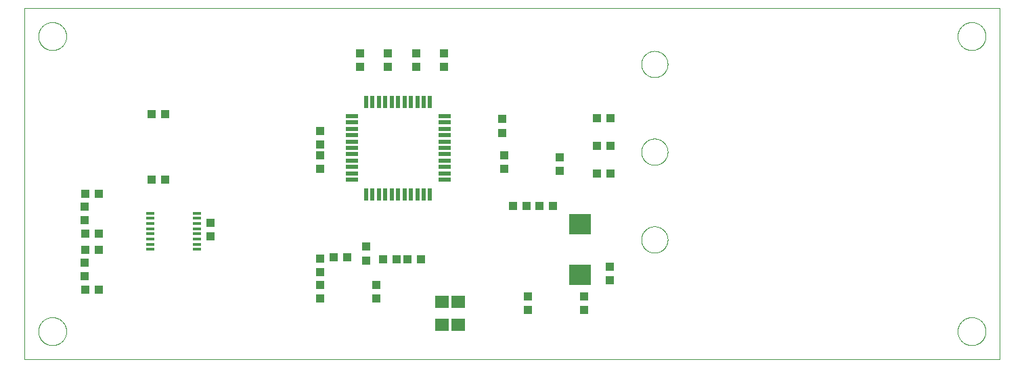
<source format=gtp>
G75*
%MOIN*%
%OFA0B0*%
%FSLAX25Y25*%
%IPPOS*%
%LPD*%
%AMOC8*
5,1,8,0,0,1.08239X$1,22.5*
%
%ADD10C,0.00000*%
%ADD11R,0.05906X0.01969*%
%ADD12R,0.01969X0.05906*%
%ADD13R,0.03900X0.01200*%
%ADD14R,0.03937X0.04331*%
%ADD15R,0.04331X0.03937*%
%ADD16R,0.07098X0.06299*%
%ADD17R,0.10630X0.10039*%
D10*
X0001250Y0001250D02*
X0001250Y0174478D01*
X0481565Y0174478D01*
X0481565Y0001250D01*
X0001250Y0001250D01*
X0008140Y0015030D02*
X0008142Y0015199D01*
X0008148Y0015368D01*
X0008159Y0015537D01*
X0008173Y0015705D01*
X0008192Y0015873D01*
X0008215Y0016041D01*
X0008241Y0016208D01*
X0008272Y0016374D01*
X0008307Y0016540D01*
X0008346Y0016704D01*
X0008390Y0016868D01*
X0008437Y0017030D01*
X0008488Y0017191D01*
X0008543Y0017351D01*
X0008602Y0017510D01*
X0008664Y0017667D01*
X0008731Y0017822D01*
X0008802Y0017976D01*
X0008876Y0018128D01*
X0008954Y0018278D01*
X0009035Y0018426D01*
X0009120Y0018572D01*
X0009209Y0018716D01*
X0009301Y0018858D01*
X0009397Y0018997D01*
X0009496Y0019134D01*
X0009598Y0019269D01*
X0009704Y0019401D01*
X0009813Y0019530D01*
X0009925Y0019657D01*
X0010040Y0019781D01*
X0010158Y0019902D01*
X0010279Y0020020D01*
X0010403Y0020135D01*
X0010530Y0020247D01*
X0010659Y0020356D01*
X0010791Y0020462D01*
X0010926Y0020564D01*
X0011063Y0020663D01*
X0011202Y0020759D01*
X0011344Y0020851D01*
X0011488Y0020940D01*
X0011634Y0021025D01*
X0011782Y0021106D01*
X0011932Y0021184D01*
X0012084Y0021258D01*
X0012238Y0021329D01*
X0012393Y0021396D01*
X0012550Y0021458D01*
X0012709Y0021517D01*
X0012869Y0021572D01*
X0013030Y0021623D01*
X0013192Y0021670D01*
X0013356Y0021714D01*
X0013520Y0021753D01*
X0013686Y0021788D01*
X0013852Y0021819D01*
X0014019Y0021845D01*
X0014187Y0021868D01*
X0014355Y0021887D01*
X0014523Y0021901D01*
X0014692Y0021912D01*
X0014861Y0021918D01*
X0015030Y0021920D01*
X0015199Y0021918D01*
X0015368Y0021912D01*
X0015537Y0021901D01*
X0015705Y0021887D01*
X0015873Y0021868D01*
X0016041Y0021845D01*
X0016208Y0021819D01*
X0016374Y0021788D01*
X0016540Y0021753D01*
X0016704Y0021714D01*
X0016868Y0021670D01*
X0017030Y0021623D01*
X0017191Y0021572D01*
X0017351Y0021517D01*
X0017510Y0021458D01*
X0017667Y0021396D01*
X0017822Y0021329D01*
X0017976Y0021258D01*
X0018128Y0021184D01*
X0018278Y0021106D01*
X0018426Y0021025D01*
X0018572Y0020940D01*
X0018716Y0020851D01*
X0018858Y0020759D01*
X0018997Y0020663D01*
X0019134Y0020564D01*
X0019269Y0020462D01*
X0019401Y0020356D01*
X0019530Y0020247D01*
X0019657Y0020135D01*
X0019781Y0020020D01*
X0019902Y0019902D01*
X0020020Y0019781D01*
X0020135Y0019657D01*
X0020247Y0019530D01*
X0020356Y0019401D01*
X0020462Y0019269D01*
X0020564Y0019134D01*
X0020663Y0018997D01*
X0020759Y0018858D01*
X0020851Y0018716D01*
X0020940Y0018572D01*
X0021025Y0018426D01*
X0021106Y0018278D01*
X0021184Y0018128D01*
X0021258Y0017976D01*
X0021329Y0017822D01*
X0021396Y0017667D01*
X0021458Y0017510D01*
X0021517Y0017351D01*
X0021572Y0017191D01*
X0021623Y0017030D01*
X0021670Y0016868D01*
X0021714Y0016704D01*
X0021753Y0016540D01*
X0021788Y0016374D01*
X0021819Y0016208D01*
X0021845Y0016041D01*
X0021868Y0015873D01*
X0021887Y0015705D01*
X0021901Y0015537D01*
X0021912Y0015368D01*
X0021918Y0015199D01*
X0021920Y0015030D01*
X0021918Y0014861D01*
X0021912Y0014692D01*
X0021901Y0014523D01*
X0021887Y0014355D01*
X0021868Y0014187D01*
X0021845Y0014019D01*
X0021819Y0013852D01*
X0021788Y0013686D01*
X0021753Y0013520D01*
X0021714Y0013356D01*
X0021670Y0013192D01*
X0021623Y0013030D01*
X0021572Y0012869D01*
X0021517Y0012709D01*
X0021458Y0012550D01*
X0021396Y0012393D01*
X0021329Y0012238D01*
X0021258Y0012084D01*
X0021184Y0011932D01*
X0021106Y0011782D01*
X0021025Y0011634D01*
X0020940Y0011488D01*
X0020851Y0011344D01*
X0020759Y0011202D01*
X0020663Y0011063D01*
X0020564Y0010926D01*
X0020462Y0010791D01*
X0020356Y0010659D01*
X0020247Y0010530D01*
X0020135Y0010403D01*
X0020020Y0010279D01*
X0019902Y0010158D01*
X0019781Y0010040D01*
X0019657Y0009925D01*
X0019530Y0009813D01*
X0019401Y0009704D01*
X0019269Y0009598D01*
X0019134Y0009496D01*
X0018997Y0009397D01*
X0018858Y0009301D01*
X0018716Y0009209D01*
X0018572Y0009120D01*
X0018426Y0009035D01*
X0018278Y0008954D01*
X0018128Y0008876D01*
X0017976Y0008802D01*
X0017822Y0008731D01*
X0017667Y0008664D01*
X0017510Y0008602D01*
X0017351Y0008543D01*
X0017191Y0008488D01*
X0017030Y0008437D01*
X0016868Y0008390D01*
X0016704Y0008346D01*
X0016540Y0008307D01*
X0016374Y0008272D01*
X0016208Y0008241D01*
X0016041Y0008215D01*
X0015873Y0008192D01*
X0015705Y0008173D01*
X0015537Y0008159D01*
X0015368Y0008148D01*
X0015199Y0008142D01*
X0015030Y0008140D01*
X0014861Y0008142D01*
X0014692Y0008148D01*
X0014523Y0008159D01*
X0014355Y0008173D01*
X0014187Y0008192D01*
X0014019Y0008215D01*
X0013852Y0008241D01*
X0013686Y0008272D01*
X0013520Y0008307D01*
X0013356Y0008346D01*
X0013192Y0008390D01*
X0013030Y0008437D01*
X0012869Y0008488D01*
X0012709Y0008543D01*
X0012550Y0008602D01*
X0012393Y0008664D01*
X0012238Y0008731D01*
X0012084Y0008802D01*
X0011932Y0008876D01*
X0011782Y0008954D01*
X0011634Y0009035D01*
X0011488Y0009120D01*
X0011344Y0009209D01*
X0011202Y0009301D01*
X0011063Y0009397D01*
X0010926Y0009496D01*
X0010791Y0009598D01*
X0010659Y0009704D01*
X0010530Y0009813D01*
X0010403Y0009925D01*
X0010279Y0010040D01*
X0010158Y0010158D01*
X0010040Y0010279D01*
X0009925Y0010403D01*
X0009813Y0010530D01*
X0009704Y0010659D01*
X0009598Y0010791D01*
X0009496Y0010926D01*
X0009397Y0011063D01*
X0009301Y0011202D01*
X0009209Y0011344D01*
X0009120Y0011488D01*
X0009035Y0011634D01*
X0008954Y0011782D01*
X0008876Y0011932D01*
X0008802Y0012084D01*
X0008731Y0012238D01*
X0008664Y0012393D01*
X0008602Y0012550D01*
X0008543Y0012709D01*
X0008488Y0012869D01*
X0008437Y0013030D01*
X0008390Y0013192D01*
X0008346Y0013356D01*
X0008307Y0013520D01*
X0008272Y0013686D01*
X0008241Y0013852D01*
X0008215Y0014019D01*
X0008192Y0014187D01*
X0008173Y0014355D01*
X0008159Y0014523D01*
X0008148Y0014692D01*
X0008142Y0014861D01*
X0008140Y0015030D01*
X0305081Y0060305D02*
X0305083Y0060466D01*
X0305089Y0060626D01*
X0305099Y0060787D01*
X0305113Y0060947D01*
X0305131Y0061107D01*
X0305152Y0061266D01*
X0305178Y0061425D01*
X0305208Y0061583D01*
X0305241Y0061740D01*
X0305279Y0061897D01*
X0305320Y0062052D01*
X0305365Y0062206D01*
X0305414Y0062359D01*
X0305467Y0062511D01*
X0305523Y0062662D01*
X0305584Y0062811D01*
X0305647Y0062959D01*
X0305715Y0063105D01*
X0305786Y0063249D01*
X0305860Y0063391D01*
X0305938Y0063532D01*
X0306020Y0063670D01*
X0306105Y0063807D01*
X0306193Y0063941D01*
X0306285Y0064073D01*
X0306380Y0064203D01*
X0306478Y0064331D01*
X0306579Y0064456D01*
X0306683Y0064578D01*
X0306790Y0064698D01*
X0306900Y0064815D01*
X0307013Y0064930D01*
X0307129Y0065041D01*
X0307248Y0065150D01*
X0307369Y0065255D01*
X0307493Y0065358D01*
X0307619Y0065458D01*
X0307747Y0065554D01*
X0307878Y0065647D01*
X0308012Y0065737D01*
X0308147Y0065824D01*
X0308285Y0065907D01*
X0308424Y0065987D01*
X0308566Y0066063D01*
X0308709Y0066136D01*
X0308854Y0066205D01*
X0309001Y0066271D01*
X0309149Y0066333D01*
X0309299Y0066391D01*
X0309450Y0066446D01*
X0309603Y0066497D01*
X0309757Y0066544D01*
X0309912Y0066587D01*
X0310068Y0066626D01*
X0310224Y0066662D01*
X0310382Y0066693D01*
X0310540Y0066721D01*
X0310699Y0066745D01*
X0310859Y0066765D01*
X0311019Y0066781D01*
X0311179Y0066793D01*
X0311340Y0066801D01*
X0311501Y0066805D01*
X0311661Y0066805D01*
X0311822Y0066801D01*
X0311983Y0066793D01*
X0312143Y0066781D01*
X0312303Y0066765D01*
X0312463Y0066745D01*
X0312622Y0066721D01*
X0312780Y0066693D01*
X0312938Y0066662D01*
X0313094Y0066626D01*
X0313250Y0066587D01*
X0313405Y0066544D01*
X0313559Y0066497D01*
X0313712Y0066446D01*
X0313863Y0066391D01*
X0314013Y0066333D01*
X0314161Y0066271D01*
X0314308Y0066205D01*
X0314453Y0066136D01*
X0314596Y0066063D01*
X0314738Y0065987D01*
X0314877Y0065907D01*
X0315015Y0065824D01*
X0315150Y0065737D01*
X0315284Y0065647D01*
X0315415Y0065554D01*
X0315543Y0065458D01*
X0315669Y0065358D01*
X0315793Y0065255D01*
X0315914Y0065150D01*
X0316033Y0065041D01*
X0316149Y0064930D01*
X0316262Y0064815D01*
X0316372Y0064698D01*
X0316479Y0064578D01*
X0316583Y0064456D01*
X0316684Y0064331D01*
X0316782Y0064203D01*
X0316877Y0064073D01*
X0316969Y0063941D01*
X0317057Y0063807D01*
X0317142Y0063670D01*
X0317224Y0063532D01*
X0317302Y0063391D01*
X0317376Y0063249D01*
X0317447Y0063105D01*
X0317515Y0062959D01*
X0317578Y0062811D01*
X0317639Y0062662D01*
X0317695Y0062511D01*
X0317748Y0062359D01*
X0317797Y0062206D01*
X0317842Y0062052D01*
X0317883Y0061897D01*
X0317921Y0061740D01*
X0317954Y0061583D01*
X0317984Y0061425D01*
X0318010Y0061266D01*
X0318031Y0061107D01*
X0318049Y0060947D01*
X0318063Y0060787D01*
X0318073Y0060626D01*
X0318079Y0060466D01*
X0318081Y0060305D01*
X0318079Y0060144D01*
X0318073Y0059984D01*
X0318063Y0059823D01*
X0318049Y0059663D01*
X0318031Y0059503D01*
X0318010Y0059344D01*
X0317984Y0059185D01*
X0317954Y0059027D01*
X0317921Y0058870D01*
X0317883Y0058713D01*
X0317842Y0058558D01*
X0317797Y0058404D01*
X0317748Y0058251D01*
X0317695Y0058099D01*
X0317639Y0057948D01*
X0317578Y0057799D01*
X0317515Y0057651D01*
X0317447Y0057505D01*
X0317376Y0057361D01*
X0317302Y0057219D01*
X0317224Y0057078D01*
X0317142Y0056940D01*
X0317057Y0056803D01*
X0316969Y0056669D01*
X0316877Y0056537D01*
X0316782Y0056407D01*
X0316684Y0056279D01*
X0316583Y0056154D01*
X0316479Y0056032D01*
X0316372Y0055912D01*
X0316262Y0055795D01*
X0316149Y0055680D01*
X0316033Y0055569D01*
X0315914Y0055460D01*
X0315793Y0055355D01*
X0315669Y0055252D01*
X0315543Y0055152D01*
X0315415Y0055056D01*
X0315284Y0054963D01*
X0315150Y0054873D01*
X0315015Y0054786D01*
X0314877Y0054703D01*
X0314738Y0054623D01*
X0314596Y0054547D01*
X0314453Y0054474D01*
X0314308Y0054405D01*
X0314161Y0054339D01*
X0314013Y0054277D01*
X0313863Y0054219D01*
X0313712Y0054164D01*
X0313559Y0054113D01*
X0313405Y0054066D01*
X0313250Y0054023D01*
X0313094Y0053984D01*
X0312938Y0053948D01*
X0312780Y0053917D01*
X0312622Y0053889D01*
X0312463Y0053865D01*
X0312303Y0053845D01*
X0312143Y0053829D01*
X0311983Y0053817D01*
X0311822Y0053809D01*
X0311661Y0053805D01*
X0311501Y0053805D01*
X0311340Y0053809D01*
X0311179Y0053817D01*
X0311019Y0053829D01*
X0310859Y0053845D01*
X0310699Y0053865D01*
X0310540Y0053889D01*
X0310382Y0053917D01*
X0310224Y0053948D01*
X0310068Y0053984D01*
X0309912Y0054023D01*
X0309757Y0054066D01*
X0309603Y0054113D01*
X0309450Y0054164D01*
X0309299Y0054219D01*
X0309149Y0054277D01*
X0309001Y0054339D01*
X0308854Y0054405D01*
X0308709Y0054474D01*
X0308566Y0054547D01*
X0308424Y0054623D01*
X0308285Y0054703D01*
X0308147Y0054786D01*
X0308012Y0054873D01*
X0307878Y0054963D01*
X0307747Y0055056D01*
X0307619Y0055152D01*
X0307493Y0055252D01*
X0307369Y0055355D01*
X0307248Y0055460D01*
X0307129Y0055569D01*
X0307013Y0055680D01*
X0306900Y0055795D01*
X0306790Y0055912D01*
X0306683Y0056032D01*
X0306579Y0056154D01*
X0306478Y0056279D01*
X0306380Y0056407D01*
X0306285Y0056537D01*
X0306193Y0056669D01*
X0306105Y0056803D01*
X0306020Y0056940D01*
X0305938Y0057078D01*
X0305860Y0057219D01*
X0305786Y0057361D01*
X0305715Y0057505D01*
X0305647Y0057651D01*
X0305584Y0057799D01*
X0305523Y0057948D01*
X0305467Y0058099D01*
X0305414Y0058251D01*
X0305365Y0058404D01*
X0305320Y0058558D01*
X0305279Y0058713D01*
X0305241Y0058870D01*
X0305208Y0059027D01*
X0305178Y0059185D01*
X0305152Y0059344D01*
X0305131Y0059503D01*
X0305113Y0059663D01*
X0305099Y0059823D01*
X0305089Y0059984D01*
X0305083Y0060144D01*
X0305081Y0060305D01*
X0305081Y0103612D02*
X0305083Y0103773D01*
X0305089Y0103933D01*
X0305099Y0104094D01*
X0305113Y0104254D01*
X0305131Y0104414D01*
X0305152Y0104573D01*
X0305178Y0104732D01*
X0305208Y0104890D01*
X0305241Y0105047D01*
X0305279Y0105204D01*
X0305320Y0105359D01*
X0305365Y0105513D01*
X0305414Y0105666D01*
X0305467Y0105818D01*
X0305523Y0105969D01*
X0305584Y0106118D01*
X0305647Y0106266D01*
X0305715Y0106412D01*
X0305786Y0106556D01*
X0305860Y0106698D01*
X0305938Y0106839D01*
X0306020Y0106977D01*
X0306105Y0107114D01*
X0306193Y0107248D01*
X0306285Y0107380D01*
X0306380Y0107510D01*
X0306478Y0107638D01*
X0306579Y0107763D01*
X0306683Y0107885D01*
X0306790Y0108005D01*
X0306900Y0108122D01*
X0307013Y0108237D01*
X0307129Y0108348D01*
X0307248Y0108457D01*
X0307369Y0108562D01*
X0307493Y0108665D01*
X0307619Y0108765D01*
X0307747Y0108861D01*
X0307878Y0108954D01*
X0308012Y0109044D01*
X0308147Y0109131D01*
X0308285Y0109214D01*
X0308424Y0109294D01*
X0308566Y0109370D01*
X0308709Y0109443D01*
X0308854Y0109512D01*
X0309001Y0109578D01*
X0309149Y0109640D01*
X0309299Y0109698D01*
X0309450Y0109753D01*
X0309603Y0109804D01*
X0309757Y0109851D01*
X0309912Y0109894D01*
X0310068Y0109933D01*
X0310224Y0109969D01*
X0310382Y0110000D01*
X0310540Y0110028D01*
X0310699Y0110052D01*
X0310859Y0110072D01*
X0311019Y0110088D01*
X0311179Y0110100D01*
X0311340Y0110108D01*
X0311501Y0110112D01*
X0311661Y0110112D01*
X0311822Y0110108D01*
X0311983Y0110100D01*
X0312143Y0110088D01*
X0312303Y0110072D01*
X0312463Y0110052D01*
X0312622Y0110028D01*
X0312780Y0110000D01*
X0312938Y0109969D01*
X0313094Y0109933D01*
X0313250Y0109894D01*
X0313405Y0109851D01*
X0313559Y0109804D01*
X0313712Y0109753D01*
X0313863Y0109698D01*
X0314013Y0109640D01*
X0314161Y0109578D01*
X0314308Y0109512D01*
X0314453Y0109443D01*
X0314596Y0109370D01*
X0314738Y0109294D01*
X0314877Y0109214D01*
X0315015Y0109131D01*
X0315150Y0109044D01*
X0315284Y0108954D01*
X0315415Y0108861D01*
X0315543Y0108765D01*
X0315669Y0108665D01*
X0315793Y0108562D01*
X0315914Y0108457D01*
X0316033Y0108348D01*
X0316149Y0108237D01*
X0316262Y0108122D01*
X0316372Y0108005D01*
X0316479Y0107885D01*
X0316583Y0107763D01*
X0316684Y0107638D01*
X0316782Y0107510D01*
X0316877Y0107380D01*
X0316969Y0107248D01*
X0317057Y0107114D01*
X0317142Y0106977D01*
X0317224Y0106839D01*
X0317302Y0106698D01*
X0317376Y0106556D01*
X0317447Y0106412D01*
X0317515Y0106266D01*
X0317578Y0106118D01*
X0317639Y0105969D01*
X0317695Y0105818D01*
X0317748Y0105666D01*
X0317797Y0105513D01*
X0317842Y0105359D01*
X0317883Y0105204D01*
X0317921Y0105047D01*
X0317954Y0104890D01*
X0317984Y0104732D01*
X0318010Y0104573D01*
X0318031Y0104414D01*
X0318049Y0104254D01*
X0318063Y0104094D01*
X0318073Y0103933D01*
X0318079Y0103773D01*
X0318081Y0103612D01*
X0318079Y0103451D01*
X0318073Y0103291D01*
X0318063Y0103130D01*
X0318049Y0102970D01*
X0318031Y0102810D01*
X0318010Y0102651D01*
X0317984Y0102492D01*
X0317954Y0102334D01*
X0317921Y0102177D01*
X0317883Y0102020D01*
X0317842Y0101865D01*
X0317797Y0101711D01*
X0317748Y0101558D01*
X0317695Y0101406D01*
X0317639Y0101255D01*
X0317578Y0101106D01*
X0317515Y0100958D01*
X0317447Y0100812D01*
X0317376Y0100668D01*
X0317302Y0100526D01*
X0317224Y0100385D01*
X0317142Y0100247D01*
X0317057Y0100110D01*
X0316969Y0099976D01*
X0316877Y0099844D01*
X0316782Y0099714D01*
X0316684Y0099586D01*
X0316583Y0099461D01*
X0316479Y0099339D01*
X0316372Y0099219D01*
X0316262Y0099102D01*
X0316149Y0098987D01*
X0316033Y0098876D01*
X0315914Y0098767D01*
X0315793Y0098662D01*
X0315669Y0098559D01*
X0315543Y0098459D01*
X0315415Y0098363D01*
X0315284Y0098270D01*
X0315150Y0098180D01*
X0315015Y0098093D01*
X0314877Y0098010D01*
X0314738Y0097930D01*
X0314596Y0097854D01*
X0314453Y0097781D01*
X0314308Y0097712D01*
X0314161Y0097646D01*
X0314013Y0097584D01*
X0313863Y0097526D01*
X0313712Y0097471D01*
X0313559Y0097420D01*
X0313405Y0097373D01*
X0313250Y0097330D01*
X0313094Y0097291D01*
X0312938Y0097255D01*
X0312780Y0097224D01*
X0312622Y0097196D01*
X0312463Y0097172D01*
X0312303Y0097152D01*
X0312143Y0097136D01*
X0311983Y0097124D01*
X0311822Y0097116D01*
X0311661Y0097112D01*
X0311501Y0097112D01*
X0311340Y0097116D01*
X0311179Y0097124D01*
X0311019Y0097136D01*
X0310859Y0097152D01*
X0310699Y0097172D01*
X0310540Y0097196D01*
X0310382Y0097224D01*
X0310224Y0097255D01*
X0310068Y0097291D01*
X0309912Y0097330D01*
X0309757Y0097373D01*
X0309603Y0097420D01*
X0309450Y0097471D01*
X0309299Y0097526D01*
X0309149Y0097584D01*
X0309001Y0097646D01*
X0308854Y0097712D01*
X0308709Y0097781D01*
X0308566Y0097854D01*
X0308424Y0097930D01*
X0308285Y0098010D01*
X0308147Y0098093D01*
X0308012Y0098180D01*
X0307878Y0098270D01*
X0307747Y0098363D01*
X0307619Y0098459D01*
X0307493Y0098559D01*
X0307369Y0098662D01*
X0307248Y0098767D01*
X0307129Y0098876D01*
X0307013Y0098987D01*
X0306900Y0099102D01*
X0306790Y0099219D01*
X0306683Y0099339D01*
X0306579Y0099461D01*
X0306478Y0099586D01*
X0306380Y0099714D01*
X0306285Y0099844D01*
X0306193Y0099976D01*
X0306105Y0100110D01*
X0306020Y0100247D01*
X0305938Y0100385D01*
X0305860Y0100526D01*
X0305786Y0100668D01*
X0305715Y0100812D01*
X0305647Y0100958D01*
X0305584Y0101106D01*
X0305523Y0101255D01*
X0305467Y0101406D01*
X0305414Y0101558D01*
X0305365Y0101711D01*
X0305320Y0101865D01*
X0305279Y0102020D01*
X0305241Y0102177D01*
X0305208Y0102334D01*
X0305178Y0102492D01*
X0305152Y0102651D01*
X0305131Y0102810D01*
X0305113Y0102970D01*
X0305099Y0103130D01*
X0305089Y0103291D01*
X0305083Y0103451D01*
X0305081Y0103612D01*
X0305081Y0146919D02*
X0305083Y0147080D01*
X0305089Y0147240D01*
X0305099Y0147401D01*
X0305113Y0147561D01*
X0305131Y0147721D01*
X0305152Y0147880D01*
X0305178Y0148039D01*
X0305208Y0148197D01*
X0305241Y0148354D01*
X0305279Y0148511D01*
X0305320Y0148666D01*
X0305365Y0148820D01*
X0305414Y0148973D01*
X0305467Y0149125D01*
X0305523Y0149276D01*
X0305584Y0149425D01*
X0305647Y0149573D01*
X0305715Y0149719D01*
X0305786Y0149863D01*
X0305860Y0150005D01*
X0305938Y0150146D01*
X0306020Y0150284D01*
X0306105Y0150421D01*
X0306193Y0150555D01*
X0306285Y0150687D01*
X0306380Y0150817D01*
X0306478Y0150945D01*
X0306579Y0151070D01*
X0306683Y0151192D01*
X0306790Y0151312D01*
X0306900Y0151429D01*
X0307013Y0151544D01*
X0307129Y0151655D01*
X0307248Y0151764D01*
X0307369Y0151869D01*
X0307493Y0151972D01*
X0307619Y0152072D01*
X0307747Y0152168D01*
X0307878Y0152261D01*
X0308012Y0152351D01*
X0308147Y0152438D01*
X0308285Y0152521D01*
X0308424Y0152601D01*
X0308566Y0152677D01*
X0308709Y0152750D01*
X0308854Y0152819D01*
X0309001Y0152885D01*
X0309149Y0152947D01*
X0309299Y0153005D01*
X0309450Y0153060D01*
X0309603Y0153111D01*
X0309757Y0153158D01*
X0309912Y0153201D01*
X0310068Y0153240D01*
X0310224Y0153276D01*
X0310382Y0153307D01*
X0310540Y0153335D01*
X0310699Y0153359D01*
X0310859Y0153379D01*
X0311019Y0153395D01*
X0311179Y0153407D01*
X0311340Y0153415D01*
X0311501Y0153419D01*
X0311661Y0153419D01*
X0311822Y0153415D01*
X0311983Y0153407D01*
X0312143Y0153395D01*
X0312303Y0153379D01*
X0312463Y0153359D01*
X0312622Y0153335D01*
X0312780Y0153307D01*
X0312938Y0153276D01*
X0313094Y0153240D01*
X0313250Y0153201D01*
X0313405Y0153158D01*
X0313559Y0153111D01*
X0313712Y0153060D01*
X0313863Y0153005D01*
X0314013Y0152947D01*
X0314161Y0152885D01*
X0314308Y0152819D01*
X0314453Y0152750D01*
X0314596Y0152677D01*
X0314738Y0152601D01*
X0314877Y0152521D01*
X0315015Y0152438D01*
X0315150Y0152351D01*
X0315284Y0152261D01*
X0315415Y0152168D01*
X0315543Y0152072D01*
X0315669Y0151972D01*
X0315793Y0151869D01*
X0315914Y0151764D01*
X0316033Y0151655D01*
X0316149Y0151544D01*
X0316262Y0151429D01*
X0316372Y0151312D01*
X0316479Y0151192D01*
X0316583Y0151070D01*
X0316684Y0150945D01*
X0316782Y0150817D01*
X0316877Y0150687D01*
X0316969Y0150555D01*
X0317057Y0150421D01*
X0317142Y0150284D01*
X0317224Y0150146D01*
X0317302Y0150005D01*
X0317376Y0149863D01*
X0317447Y0149719D01*
X0317515Y0149573D01*
X0317578Y0149425D01*
X0317639Y0149276D01*
X0317695Y0149125D01*
X0317748Y0148973D01*
X0317797Y0148820D01*
X0317842Y0148666D01*
X0317883Y0148511D01*
X0317921Y0148354D01*
X0317954Y0148197D01*
X0317984Y0148039D01*
X0318010Y0147880D01*
X0318031Y0147721D01*
X0318049Y0147561D01*
X0318063Y0147401D01*
X0318073Y0147240D01*
X0318079Y0147080D01*
X0318081Y0146919D01*
X0318079Y0146758D01*
X0318073Y0146598D01*
X0318063Y0146437D01*
X0318049Y0146277D01*
X0318031Y0146117D01*
X0318010Y0145958D01*
X0317984Y0145799D01*
X0317954Y0145641D01*
X0317921Y0145484D01*
X0317883Y0145327D01*
X0317842Y0145172D01*
X0317797Y0145018D01*
X0317748Y0144865D01*
X0317695Y0144713D01*
X0317639Y0144562D01*
X0317578Y0144413D01*
X0317515Y0144265D01*
X0317447Y0144119D01*
X0317376Y0143975D01*
X0317302Y0143833D01*
X0317224Y0143692D01*
X0317142Y0143554D01*
X0317057Y0143417D01*
X0316969Y0143283D01*
X0316877Y0143151D01*
X0316782Y0143021D01*
X0316684Y0142893D01*
X0316583Y0142768D01*
X0316479Y0142646D01*
X0316372Y0142526D01*
X0316262Y0142409D01*
X0316149Y0142294D01*
X0316033Y0142183D01*
X0315914Y0142074D01*
X0315793Y0141969D01*
X0315669Y0141866D01*
X0315543Y0141766D01*
X0315415Y0141670D01*
X0315284Y0141577D01*
X0315150Y0141487D01*
X0315015Y0141400D01*
X0314877Y0141317D01*
X0314738Y0141237D01*
X0314596Y0141161D01*
X0314453Y0141088D01*
X0314308Y0141019D01*
X0314161Y0140953D01*
X0314013Y0140891D01*
X0313863Y0140833D01*
X0313712Y0140778D01*
X0313559Y0140727D01*
X0313405Y0140680D01*
X0313250Y0140637D01*
X0313094Y0140598D01*
X0312938Y0140562D01*
X0312780Y0140531D01*
X0312622Y0140503D01*
X0312463Y0140479D01*
X0312303Y0140459D01*
X0312143Y0140443D01*
X0311983Y0140431D01*
X0311822Y0140423D01*
X0311661Y0140419D01*
X0311501Y0140419D01*
X0311340Y0140423D01*
X0311179Y0140431D01*
X0311019Y0140443D01*
X0310859Y0140459D01*
X0310699Y0140479D01*
X0310540Y0140503D01*
X0310382Y0140531D01*
X0310224Y0140562D01*
X0310068Y0140598D01*
X0309912Y0140637D01*
X0309757Y0140680D01*
X0309603Y0140727D01*
X0309450Y0140778D01*
X0309299Y0140833D01*
X0309149Y0140891D01*
X0309001Y0140953D01*
X0308854Y0141019D01*
X0308709Y0141088D01*
X0308566Y0141161D01*
X0308424Y0141237D01*
X0308285Y0141317D01*
X0308147Y0141400D01*
X0308012Y0141487D01*
X0307878Y0141577D01*
X0307747Y0141670D01*
X0307619Y0141766D01*
X0307493Y0141866D01*
X0307369Y0141969D01*
X0307248Y0142074D01*
X0307129Y0142183D01*
X0307013Y0142294D01*
X0306900Y0142409D01*
X0306790Y0142526D01*
X0306683Y0142646D01*
X0306579Y0142768D01*
X0306478Y0142893D01*
X0306380Y0143021D01*
X0306285Y0143151D01*
X0306193Y0143283D01*
X0306105Y0143417D01*
X0306020Y0143554D01*
X0305938Y0143692D01*
X0305860Y0143833D01*
X0305786Y0143975D01*
X0305715Y0144119D01*
X0305647Y0144265D01*
X0305584Y0144413D01*
X0305523Y0144562D01*
X0305467Y0144713D01*
X0305414Y0144865D01*
X0305365Y0145018D01*
X0305320Y0145172D01*
X0305279Y0145327D01*
X0305241Y0145484D01*
X0305208Y0145641D01*
X0305178Y0145799D01*
X0305152Y0145958D01*
X0305131Y0146117D01*
X0305113Y0146277D01*
X0305099Y0146437D01*
X0305089Y0146598D01*
X0305083Y0146758D01*
X0305081Y0146919D01*
X0460895Y0160699D02*
X0460897Y0160868D01*
X0460903Y0161037D01*
X0460914Y0161206D01*
X0460928Y0161374D01*
X0460947Y0161542D01*
X0460970Y0161710D01*
X0460996Y0161877D01*
X0461027Y0162043D01*
X0461062Y0162209D01*
X0461101Y0162373D01*
X0461145Y0162537D01*
X0461192Y0162699D01*
X0461243Y0162860D01*
X0461298Y0163020D01*
X0461357Y0163179D01*
X0461419Y0163336D01*
X0461486Y0163491D01*
X0461557Y0163645D01*
X0461631Y0163797D01*
X0461709Y0163947D01*
X0461790Y0164095D01*
X0461875Y0164241D01*
X0461964Y0164385D01*
X0462056Y0164527D01*
X0462152Y0164666D01*
X0462251Y0164803D01*
X0462353Y0164938D01*
X0462459Y0165070D01*
X0462568Y0165199D01*
X0462680Y0165326D01*
X0462795Y0165450D01*
X0462913Y0165571D01*
X0463034Y0165689D01*
X0463158Y0165804D01*
X0463285Y0165916D01*
X0463414Y0166025D01*
X0463546Y0166131D01*
X0463681Y0166233D01*
X0463818Y0166332D01*
X0463957Y0166428D01*
X0464099Y0166520D01*
X0464243Y0166609D01*
X0464389Y0166694D01*
X0464537Y0166775D01*
X0464687Y0166853D01*
X0464839Y0166927D01*
X0464993Y0166998D01*
X0465148Y0167065D01*
X0465305Y0167127D01*
X0465464Y0167186D01*
X0465624Y0167241D01*
X0465785Y0167292D01*
X0465947Y0167339D01*
X0466111Y0167383D01*
X0466275Y0167422D01*
X0466441Y0167457D01*
X0466607Y0167488D01*
X0466774Y0167514D01*
X0466942Y0167537D01*
X0467110Y0167556D01*
X0467278Y0167570D01*
X0467447Y0167581D01*
X0467616Y0167587D01*
X0467785Y0167589D01*
X0467954Y0167587D01*
X0468123Y0167581D01*
X0468292Y0167570D01*
X0468460Y0167556D01*
X0468628Y0167537D01*
X0468796Y0167514D01*
X0468963Y0167488D01*
X0469129Y0167457D01*
X0469295Y0167422D01*
X0469459Y0167383D01*
X0469623Y0167339D01*
X0469785Y0167292D01*
X0469946Y0167241D01*
X0470106Y0167186D01*
X0470265Y0167127D01*
X0470422Y0167065D01*
X0470577Y0166998D01*
X0470731Y0166927D01*
X0470883Y0166853D01*
X0471033Y0166775D01*
X0471181Y0166694D01*
X0471327Y0166609D01*
X0471471Y0166520D01*
X0471613Y0166428D01*
X0471752Y0166332D01*
X0471889Y0166233D01*
X0472024Y0166131D01*
X0472156Y0166025D01*
X0472285Y0165916D01*
X0472412Y0165804D01*
X0472536Y0165689D01*
X0472657Y0165571D01*
X0472775Y0165450D01*
X0472890Y0165326D01*
X0473002Y0165199D01*
X0473111Y0165070D01*
X0473217Y0164938D01*
X0473319Y0164803D01*
X0473418Y0164666D01*
X0473514Y0164527D01*
X0473606Y0164385D01*
X0473695Y0164241D01*
X0473780Y0164095D01*
X0473861Y0163947D01*
X0473939Y0163797D01*
X0474013Y0163645D01*
X0474084Y0163491D01*
X0474151Y0163336D01*
X0474213Y0163179D01*
X0474272Y0163020D01*
X0474327Y0162860D01*
X0474378Y0162699D01*
X0474425Y0162537D01*
X0474469Y0162373D01*
X0474508Y0162209D01*
X0474543Y0162043D01*
X0474574Y0161877D01*
X0474600Y0161710D01*
X0474623Y0161542D01*
X0474642Y0161374D01*
X0474656Y0161206D01*
X0474667Y0161037D01*
X0474673Y0160868D01*
X0474675Y0160699D01*
X0474673Y0160530D01*
X0474667Y0160361D01*
X0474656Y0160192D01*
X0474642Y0160024D01*
X0474623Y0159856D01*
X0474600Y0159688D01*
X0474574Y0159521D01*
X0474543Y0159355D01*
X0474508Y0159189D01*
X0474469Y0159025D01*
X0474425Y0158861D01*
X0474378Y0158699D01*
X0474327Y0158538D01*
X0474272Y0158378D01*
X0474213Y0158219D01*
X0474151Y0158062D01*
X0474084Y0157907D01*
X0474013Y0157753D01*
X0473939Y0157601D01*
X0473861Y0157451D01*
X0473780Y0157303D01*
X0473695Y0157157D01*
X0473606Y0157013D01*
X0473514Y0156871D01*
X0473418Y0156732D01*
X0473319Y0156595D01*
X0473217Y0156460D01*
X0473111Y0156328D01*
X0473002Y0156199D01*
X0472890Y0156072D01*
X0472775Y0155948D01*
X0472657Y0155827D01*
X0472536Y0155709D01*
X0472412Y0155594D01*
X0472285Y0155482D01*
X0472156Y0155373D01*
X0472024Y0155267D01*
X0471889Y0155165D01*
X0471752Y0155066D01*
X0471613Y0154970D01*
X0471471Y0154878D01*
X0471327Y0154789D01*
X0471181Y0154704D01*
X0471033Y0154623D01*
X0470883Y0154545D01*
X0470731Y0154471D01*
X0470577Y0154400D01*
X0470422Y0154333D01*
X0470265Y0154271D01*
X0470106Y0154212D01*
X0469946Y0154157D01*
X0469785Y0154106D01*
X0469623Y0154059D01*
X0469459Y0154015D01*
X0469295Y0153976D01*
X0469129Y0153941D01*
X0468963Y0153910D01*
X0468796Y0153884D01*
X0468628Y0153861D01*
X0468460Y0153842D01*
X0468292Y0153828D01*
X0468123Y0153817D01*
X0467954Y0153811D01*
X0467785Y0153809D01*
X0467616Y0153811D01*
X0467447Y0153817D01*
X0467278Y0153828D01*
X0467110Y0153842D01*
X0466942Y0153861D01*
X0466774Y0153884D01*
X0466607Y0153910D01*
X0466441Y0153941D01*
X0466275Y0153976D01*
X0466111Y0154015D01*
X0465947Y0154059D01*
X0465785Y0154106D01*
X0465624Y0154157D01*
X0465464Y0154212D01*
X0465305Y0154271D01*
X0465148Y0154333D01*
X0464993Y0154400D01*
X0464839Y0154471D01*
X0464687Y0154545D01*
X0464537Y0154623D01*
X0464389Y0154704D01*
X0464243Y0154789D01*
X0464099Y0154878D01*
X0463957Y0154970D01*
X0463818Y0155066D01*
X0463681Y0155165D01*
X0463546Y0155267D01*
X0463414Y0155373D01*
X0463285Y0155482D01*
X0463158Y0155594D01*
X0463034Y0155709D01*
X0462913Y0155827D01*
X0462795Y0155948D01*
X0462680Y0156072D01*
X0462568Y0156199D01*
X0462459Y0156328D01*
X0462353Y0156460D01*
X0462251Y0156595D01*
X0462152Y0156732D01*
X0462056Y0156871D01*
X0461964Y0157013D01*
X0461875Y0157157D01*
X0461790Y0157303D01*
X0461709Y0157451D01*
X0461631Y0157601D01*
X0461557Y0157753D01*
X0461486Y0157907D01*
X0461419Y0158062D01*
X0461357Y0158219D01*
X0461298Y0158378D01*
X0461243Y0158538D01*
X0461192Y0158699D01*
X0461145Y0158861D01*
X0461101Y0159025D01*
X0461062Y0159189D01*
X0461027Y0159355D01*
X0460996Y0159521D01*
X0460970Y0159688D01*
X0460947Y0159856D01*
X0460928Y0160024D01*
X0460914Y0160192D01*
X0460903Y0160361D01*
X0460897Y0160530D01*
X0460895Y0160699D01*
X0460895Y0015030D02*
X0460897Y0015199D01*
X0460903Y0015368D01*
X0460914Y0015537D01*
X0460928Y0015705D01*
X0460947Y0015873D01*
X0460970Y0016041D01*
X0460996Y0016208D01*
X0461027Y0016374D01*
X0461062Y0016540D01*
X0461101Y0016704D01*
X0461145Y0016868D01*
X0461192Y0017030D01*
X0461243Y0017191D01*
X0461298Y0017351D01*
X0461357Y0017510D01*
X0461419Y0017667D01*
X0461486Y0017822D01*
X0461557Y0017976D01*
X0461631Y0018128D01*
X0461709Y0018278D01*
X0461790Y0018426D01*
X0461875Y0018572D01*
X0461964Y0018716D01*
X0462056Y0018858D01*
X0462152Y0018997D01*
X0462251Y0019134D01*
X0462353Y0019269D01*
X0462459Y0019401D01*
X0462568Y0019530D01*
X0462680Y0019657D01*
X0462795Y0019781D01*
X0462913Y0019902D01*
X0463034Y0020020D01*
X0463158Y0020135D01*
X0463285Y0020247D01*
X0463414Y0020356D01*
X0463546Y0020462D01*
X0463681Y0020564D01*
X0463818Y0020663D01*
X0463957Y0020759D01*
X0464099Y0020851D01*
X0464243Y0020940D01*
X0464389Y0021025D01*
X0464537Y0021106D01*
X0464687Y0021184D01*
X0464839Y0021258D01*
X0464993Y0021329D01*
X0465148Y0021396D01*
X0465305Y0021458D01*
X0465464Y0021517D01*
X0465624Y0021572D01*
X0465785Y0021623D01*
X0465947Y0021670D01*
X0466111Y0021714D01*
X0466275Y0021753D01*
X0466441Y0021788D01*
X0466607Y0021819D01*
X0466774Y0021845D01*
X0466942Y0021868D01*
X0467110Y0021887D01*
X0467278Y0021901D01*
X0467447Y0021912D01*
X0467616Y0021918D01*
X0467785Y0021920D01*
X0467954Y0021918D01*
X0468123Y0021912D01*
X0468292Y0021901D01*
X0468460Y0021887D01*
X0468628Y0021868D01*
X0468796Y0021845D01*
X0468963Y0021819D01*
X0469129Y0021788D01*
X0469295Y0021753D01*
X0469459Y0021714D01*
X0469623Y0021670D01*
X0469785Y0021623D01*
X0469946Y0021572D01*
X0470106Y0021517D01*
X0470265Y0021458D01*
X0470422Y0021396D01*
X0470577Y0021329D01*
X0470731Y0021258D01*
X0470883Y0021184D01*
X0471033Y0021106D01*
X0471181Y0021025D01*
X0471327Y0020940D01*
X0471471Y0020851D01*
X0471613Y0020759D01*
X0471752Y0020663D01*
X0471889Y0020564D01*
X0472024Y0020462D01*
X0472156Y0020356D01*
X0472285Y0020247D01*
X0472412Y0020135D01*
X0472536Y0020020D01*
X0472657Y0019902D01*
X0472775Y0019781D01*
X0472890Y0019657D01*
X0473002Y0019530D01*
X0473111Y0019401D01*
X0473217Y0019269D01*
X0473319Y0019134D01*
X0473418Y0018997D01*
X0473514Y0018858D01*
X0473606Y0018716D01*
X0473695Y0018572D01*
X0473780Y0018426D01*
X0473861Y0018278D01*
X0473939Y0018128D01*
X0474013Y0017976D01*
X0474084Y0017822D01*
X0474151Y0017667D01*
X0474213Y0017510D01*
X0474272Y0017351D01*
X0474327Y0017191D01*
X0474378Y0017030D01*
X0474425Y0016868D01*
X0474469Y0016704D01*
X0474508Y0016540D01*
X0474543Y0016374D01*
X0474574Y0016208D01*
X0474600Y0016041D01*
X0474623Y0015873D01*
X0474642Y0015705D01*
X0474656Y0015537D01*
X0474667Y0015368D01*
X0474673Y0015199D01*
X0474675Y0015030D01*
X0474673Y0014861D01*
X0474667Y0014692D01*
X0474656Y0014523D01*
X0474642Y0014355D01*
X0474623Y0014187D01*
X0474600Y0014019D01*
X0474574Y0013852D01*
X0474543Y0013686D01*
X0474508Y0013520D01*
X0474469Y0013356D01*
X0474425Y0013192D01*
X0474378Y0013030D01*
X0474327Y0012869D01*
X0474272Y0012709D01*
X0474213Y0012550D01*
X0474151Y0012393D01*
X0474084Y0012238D01*
X0474013Y0012084D01*
X0473939Y0011932D01*
X0473861Y0011782D01*
X0473780Y0011634D01*
X0473695Y0011488D01*
X0473606Y0011344D01*
X0473514Y0011202D01*
X0473418Y0011063D01*
X0473319Y0010926D01*
X0473217Y0010791D01*
X0473111Y0010659D01*
X0473002Y0010530D01*
X0472890Y0010403D01*
X0472775Y0010279D01*
X0472657Y0010158D01*
X0472536Y0010040D01*
X0472412Y0009925D01*
X0472285Y0009813D01*
X0472156Y0009704D01*
X0472024Y0009598D01*
X0471889Y0009496D01*
X0471752Y0009397D01*
X0471613Y0009301D01*
X0471471Y0009209D01*
X0471327Y0009120D01*
X0471181Y0009035D01*
X0471033Y0008954D01*
X0470883Y0008876D01*
X0470731Y0008802D01*
X0470577Y0008731D01*
X0470422Y0008664D01*
X0470265Y0008602D01*
X0470106Y0008543D01*
X0469946Y0008488D01*
X0469785Y0008437D01*
X0469623Y0008390D01*
X0469459Y0008346D01*
X0469295Y0008307D01*
X0469129Y0008272D01*
X0468963Y0008241D01*
X0468796Y0008215D01*
X0468628Y0008192D01*
X0468460Y0008173D01*
X0468292Y0008159D01*
X0468123Y0008148D01*
X0467954Y0008142D01*
X0467785Y0008140D01*
X0467616Y0008142D01*
X0467447Y0008148D01*
X0467278Y0008159D01*
X0467110Y0008173D01*
X0466942Y0008192D01*
X0466774Y0008215D01*
X0466607Y0008241D01*
X0466441Y0008272D01*
X0466275Y0008307D01*
X0466111Y0008346D01*
X0465947Y0008390D01*
X0465785Y0008437D01*
X0465624Y0008488D01*
X0465464Y0008543D01*
X0465305Y0008602D01*
X0465148Y0008664D01*
X0464993Y0008731D01*
X0464839Y0008802D01*
X0464687Y0008876D01*
X0464537Y0008954D01*
X0464389Y0009035D01*
X0464243Y0009120D01*
X0464099Y0009209D01*
X0463957Y0009301D01*
X0463818Y0009397D01*
X0463681Y0009496D01*
X0463546Y0009598D01*
X0463414Y0009704D01*
X0463285Y0009813D01*
X0463158Y0009925D01*
X0463034Y0010040D01*
X0462913Y0010158D01*
X0462795Y0010279D01*
X0462680Y0010403D01*
X0462568Y0010530D01*
X0462459Y0010659D01*
X0462353Y0010791D01*
X0462251Y0010926D01*
X0462152Y0011063D01*
X0462056Y0011202D01*
X0461964Y0011344D01*
X0461875Y0011488D01*
X0461790Y0011634D01*
X0461709Y0011782D01*
X0461631Y0011932D01*
X0461557Y0012084D01*
X0461486Y0012238D01*
X0461419Y0012393D01*
X0461357Y0012550D01*
X0461298Y0012709D01*
X0461243Y0012869D01*
X0461192Y0013030D01*
X0461145Y0013192D01*
X0461101Y0013356D01*
X0461062Y0013520D01*
X0461027Y0013686D01*
X0460996Y0013852D01*
X0460970Y0014019D01*
X0460947Y0014187D01*
X0460928Y0014355D01*
X0460914Y0014523D01*
X0460903Y0014692D01*
X0460897Y0014861D01*
X0460895Y0015030D01*
X0008140Y0160699D02*
X0008142Y0160868D01*
X0008148Y0161037D01*
X0008159Y0161206D01*
X0008173Y0161374D01*
X0008192Y0161542D01*
X0008215Y0161710D01*
X0008241Y0161877D01*
X0008272Y0162043D01*
X0008307Y0162209D01*
X0008346Y0162373D01*
X0008390Y0162537D01*
X0008437Y0162699D01*
X0008488Y0162860D01*
X0008543Y0163020D01*
X0008602Y0163179D01*
X0008664Y0163336D01*
X0008731Y0163491D01*
X0008802Y0163645D01*
X0008876Y0163797D01*
X0008954Y0163947D01*
X0009035Y0164095D01*
X0009120Y0164241D01*
X0009209Y0164385D01*
X0009301Y0164527D01*
X0009397Y0164666D01*
X0009496Y0164803D01*
X0009598Y0164938D01*
X0009704Y0165070D01*
X0009813Y0165199D01*
X0009925Y0165326D01*
X0010040Y0165450D01*
X0010158Y0165571D01*
X0010279Y0165689D01*
X0010403Y0165804D01*
X0010530Y0165916D01*
X0010659Y0166025D01*
X0010791Y0166131D01*
X0010926Y0166233D01*
X0011063Y0166332D01*
X0011202Y0166428D01*
X0011344Y0166520D01*
X0011488Y0166609D01*
X0011634Y0166694D01*
X0011782Y0166775D01*
X0011932Y0166853D01*
X0012084Y0166927D01*
X0012238Y0166998D01*
X0012393Y0167065D01*
X0012550Y0167127D01*
X0012709Y0167186D01*
X0012869Y0167241D01*
X0013030Y0167292D01*
X0013192Y0167339D01*
X0013356Y0167383D01*
X0013520Y0167422D01*
X0013686Y0167457D01*
X0013852Y0167488D01*
X0014019Y0167514D01*
X0014187Y0167537D01*
X0014355Y0167556D01*
X0014523Y0167570D01*
X0014692Y0167581D01*
X0014861Y0167587D01*
X0015030Y0167589D01*
X0015199Y0167587D01*
X0015368Y0167581D01*
X0015537Y0167570D01*
X0015705Y0167556D01*
X0015873Y0167537D01*
X0016041Y0167514D01*
X0016208Y0167488D01*
X0016374Y0167457D01*
X0016540Y0167422D01*
X0016704Y0167383D01*
X0016868Y0167339D01*
X0017030Y0167292D01*
X0017191Y0167241D01*
X0017351Y0167186D01*
X0017510Y0167127D01*
X0017667Y0167065D01*
X0017822Y0166998D01*
X0017976Y0166927D01*
X0018128Y0166853D01*
X0018278Y0166775D01*
X0018426Y0166694D01*
X0018572Y0166609D01*
X0018716Y0166520D01*
X0018858Y0166428D01*
X0018997Y0166332D01*
X0019134Y0166233D01*
X0019269Y0166131D01*
X0019401Y0166025D01*
X0019530Y0165916D01*
X0019657Y0165804D01*
X0019781Y0165689D01*
X0019902Y0165571D01*
X0020020Y0165450D01*
X0020135Y0165326D01*
X0020247Y0165199D01*
X0020356Y0165070D01*
X0020462Y0164938D01*
X0020564Y0164803D01*
X0020663Y0164666D01*
X0020759Y0164527D01*
X0020851Y0164385D01*
X0020940Y0164241D01*
X0021025Y0164095D01*
X0021106Y0163947D01*
X0021184Y0163797D01*
X0021258Y0163645D01*
X0021329Y0163491D01*
X0021396Y0163336D01*
X0021458Y0163179D01*
X0021517Y0163020D01*
X0021572Y0162860D01*
X0021623Y0162699D01*
X0021670Y0162537D01*
X0021714Y0162373D01*
X0021753Y0162209D01*
X0021788Y0162043D01*
X0021819Y0161877D01*
X0021845Y0161710D01*
X0021868Y0161542D01*
X0021887Y0161374D01*
X0021901Y0161206D01*
X0021912Y0161037D01*
X0021918Y0160868D01*
X0021920Y0160699D01*
X0021918Y0160530D01*
X0021912Y0160361D01*
X0021901Y0160192D01*
X0021887Y0160024D01*
X0021868Y0159856D01*
X0021845Y0159688D01*
X0021819Y0159521D01*
X0021788Y0159355D01*
X0021753Y0159189D01*
X0021714Y0159025D01*
X0021670Y0158861D01*
X0021623Y0158699D01*
X0021572Y0158538D01*
X0021517Y0158378D01*
X0021458Y0158219D01*
X0021396Y0158062D01*
X0021329Y0157907D01*
X0021258Y0157753D01*
X0021184Y0157601D01*
X0021106Y0157451D01*
X0021025Y0157303D01*
X0020940Y0157157D01*
X0020851Y0157013D01*
X0020759Y0156871D01*
X0020663Y0156732D01*
X0020564Y0156595D01*
X0020462Y0156460D01*
X0020356Y0156328D01*
X0020247Y0156199D01*
X0020135Y0156072D01*
X0020020Y0155948D01*
X0019902Y0155827D01*
X0019781Y0155709D01*
X0019657Y0155594D01*
X0019530Y0155482D01*
X0019401Y0155373D01*
X0019269Y0155267D01*
X0019134Y0155165D01*
X0018997Y0155066D01*
X0018858Y0154970D01*
X0018716Y0154878D01*
X0018572Y0154789D01*
X0018426Y0154704D01*
X0018278Y0154623D01*
X0018128Y0154545D01*
X0017976Y0154471D01*
X0017822Y0154400D01*
X0017667Y0154333D01*
X0017510Y0154271D01*
X0017351Y0154212D01*
X0017191Y0154157D01*
X0017030Y0154106D01*
X0016868Y0154059D01*
X0016704Y0154015D01*
X0016540Y0153976D01*
X0016374Y0153941D01*
X0016208Y0153910D01*
X0016041Y0153884D01*
X0015873Y0153861D01*
X0015705Y0153842D01*
X0015537Y0153828D01*
X0015368Y0153817D01*
X0015199Y0153811D01*
X0015030Y0153809D01*
X0014861Y0153811D01*
X0014692Y0153817D01*
X0014523Y0153828D01*
X0014355Y0153842D01*
X0014187Y0153861D01*
X0014019Y0153884D01*
X0013852Y0153910D01*
X0013686Y0153941D01*
X0013520Y0153976D01*
X0013356Y0154015D01*
X0013192Y0154059D01*
X0013030Y0154106D01*
X0012869Y0154157D01*
X0012709Y0154212D01*
X0012550Y0154271D01*
X0012393Y0154333D01*
X0012238Y0154400D01*
X0012084Y0154471D01*
X0011932Y0154545D01*
X0011782Y0154623D01*
X0011634Y0154704D01*
X0011488Y0154789D01*
X0011344Y0154878D01*
X0011202Y0154970D01*
X0011063Y0155066D01*
X0010926Y0155165D01*
X0010791Y0155267D01*
X0010659Y0155373D01*
X0010530Y0155482D01*
X0010403Y0155594D01*
X0010279Y0155709D01*
X0010158Y0155827D01*
X0010040Y0155948D01*
X0009925Y0156072D01*
X0009813Y0156199D01*
X0009704Y0156328D01*
X0009598Y0156460D01*
X0009496Y0156595D01*
X0009397Y0156732D01*
X0009301Y0156871D01*
X0009209Y0157013D01*
X0009120Y0157157D01*
X0009035Y0157303D01*
X0008954Y0157451D01*
X0008876Y0157601D01*
X0008802Y0157753D01*
X0008731Y0157907D01*
X0008664Y0158062D01*
X0008602Y0158219D01*
X0008543Y0158378D01*
X0008488Y0158538D01*
X0008437Y0158699D01*
X0008390Y0158861D01*
X0008346Y0159025D01*
X0008307Y0159189D01*
X0008272Y0159355D01*
X0008241Y0159521D01*
X0008215Y0159688D01*
X0008192Y0159856D01*
X0008173Y0160024D01*
X0008159Y0160192D01*
X0008148Y0160361D01*
X0008142Y0160530D01*
X0008140Y0160699D01*
D11*
X0162470Y0121329D03*
X0162470Y0118179D03*
X0162470Y0115030D03*
X0162470Y0111880D03*
X0162470Y0108730D03*
X0162470Y0105581D03*
X0162470Y0102431D03*
X0162470Y0099281D03*
X0162470Y0096132D03*
X0162470Y0092982D03*
X0162470Y0089833D03*
X0208140Y0089833D03*
X0208140Y0092982D03*
X0208140Y0096132D03*
X0208140Y0099281D03*
X0208140Y0102431D03*
X0208140Y0105581D03*
X0208140Y0108730D03*
X0208140Y0111880D03*
X0208140Y0115030D03*
X0208140Y0118179D03*
X0208140Y0121329D03*
D12*
X0201053Y0128415D03*
X0197904Y0128415D03*
X0194754Y0128415D03*
X0191604Y0128415D03*
X0188455Y0128415D03*
X0185305Y0128415D03*
X0182156Y0128415D03*
X0179006Y0128415D03*
X0175856Y0128415D03*
X0172707Y0128415D03*
X0169557Y0128415D03*
X0169557Y0082746D03*
X0172707Y0082746D03*
X0175856Y0082746D03*
X0179006Y0082746D03*
X0182156Y0082746D03*
X0185305Y0082746D03*
X0188455Y0082746D03*
X0191604Y0082746D03*
X0194754Y0082746D03*
X0197904Y0082746D03*
X0201053Y0082746D03*
D13*
X0086320Y0073356D03*
X0086320Y0070797D03*
X0086320Y0068238D03*
X0086320Y0065679D03*
X0086320Y0063120D03*
X0086320Y0060561D03*
X0086320Y0058002D03*
X0086320Y0055443D03*
X0063345Y0055443D03*
X0063345Y0058002D03*
X0063345Y0060561D03*
X0063345Y0063120D03*
X0063345Y0065679D03*
X0063345Y0068238D03*
X0063345Y0070797D03*
X0063345Y0073356D03*
D14*
X0092785Y0068573D03*
X0092785Y0061880D03*
X0153415Y0051447D03*
X0160108Y0051447D03*
X0178022Y0050463D03*
X0184715Y0050463D03*
X0189833Y0050463D03*
X0196526Y0050463D03*
X0174478Y0038061D03*
X0174478Y0031368D03*
X0289636Y0040226D03*
X0289636Y0046919D03*
X0248691Y0077037D03*
X0241998Y0077037D03*
X0283337Y0092785D03*
X0290030Y0092785D03*
X0290030Y0106565D03*
X0283337Y0106565D03*
X0283337Y0120344D03*
X0290030Y0120344D03*
X0237470Y0102037D03*
X0237470Y0095344D03*
X0236486Y0113061D03*
X0236486Y0119754D03*
X0146919Y0113848D03*
X0146919Y0107156D03*
X0146919Y0102037D03*
X0146919Y0095344D03*
X0070541Y0089833D03*
X0063848Y0089833D03*
X0030778Y0076447D03*
X0030778Y0069754D03*
X0030778Y0048888D03*
X0030778Y0042195D03*
X0063848Y0122313D03*
X0070541Y0122313D03*
D15*
X0166604Y0145541D03*
X0180384Y0145541D03*
X0194163Y0145541D03*
X0207943Y0145541D03*
X0207943Y0152234D03*
X0194163Y0152234D03*
X0180384Y0152234D03*
X0166604Y0152234D03*
X0265030Y0101053D03*
X0265030Y0094360D03*
X0261486Y0077037D03*
X0254793Y0077037D03*
X0169557Y0056762D03*
X0169557Y0050069D03*
X0146919Y0050856D03*
X0146919Y0044163D03*
X0146919Y0038061D03*
X0146919Y0031368D03*
X0249281Y0032156D03*
X0249281Y0025463D03*
X0276841Y0025463D03*
X0276841Y0032156D03*
X0038061Y0035699D03*
X0031368Y0035699D03*
X0031368Y0055384D03*
X0038061Y0055384D03*
X0038061Y0063258D03*
X0031368Y0063258D03*
X0031368Y0082943D03*
X0038061Y0082943D03*
D16*
X0206959Y0029486D03*
X0214833Y0029486D03*
X0214833Y0018289D03*
X0206959Y0018289D03*
D17*
X0274872Y0042904D03*
X0274872Y0067864D03*
M02*

</source>
